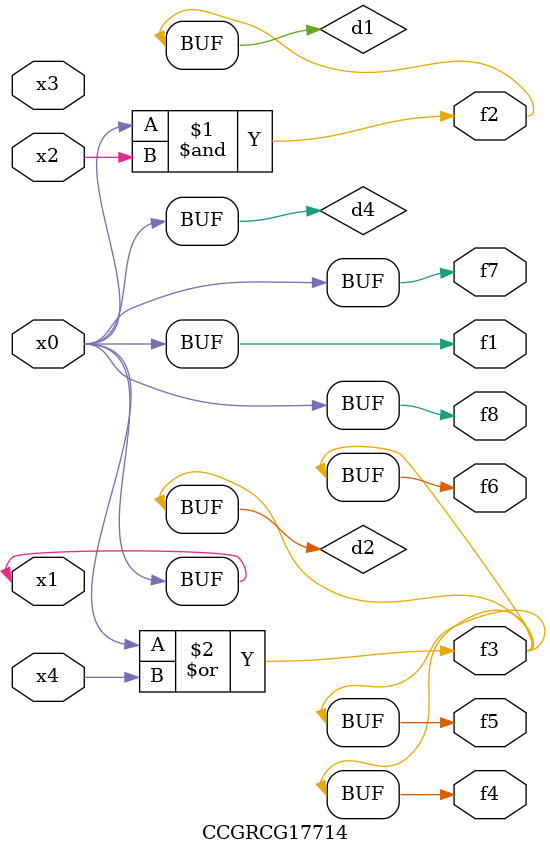
<source format=v>
module CCGRCG17714(
	input x0, x1, x2, x3, x4,
	output f1, f2, f3, f4, f5, f6, f7, f8
);

	wire d1, d2, d3, d4;

	and (d1, x0, x2);
	or (d2, x0, x4);
	nand (d3, x0, x2);
	buf (d4, x0, x1);
	assign f1 = d4;
	assign f2 = d1;
	assign f3 = d2;
	assign f4 = d2;
	assign f5 = d2;
	assign f6 = d2;
	assign f7 = d4;
	assign f8 = d4;
endmodule

</source>
